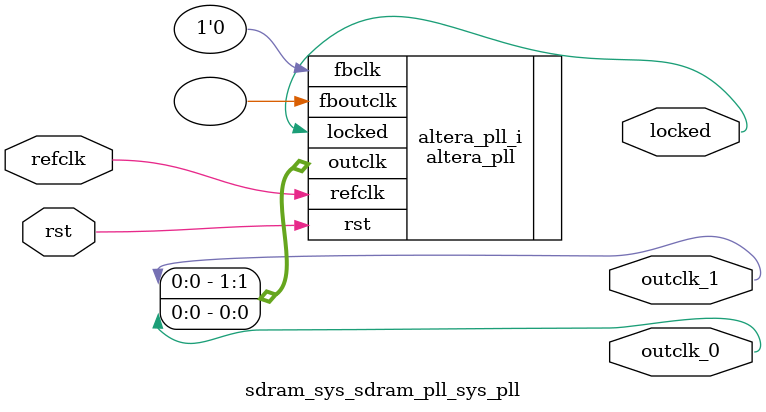
<source format=v>
`timescale 1ns/10ps
module  sdram_sys_sdram_pll_sys_pll(

	// interface 'refclk'
	input wire refclk,

	// interface 'reset'
	input wire rst,

	// interface 'outclk0'
	output wire outclk_0,

	// interface 'outclk1'
	output wire outclk_1,

	// interface 'locked'
	output wire locked
);

	altera_pll #(
		.fractional_vco_multiplier("false"),
		.reference_clock_frequency("50.0 MHz"),
		.operation_mode("direct"),
		.number_of_clocks(2),
		.output_clock_frequency0("50.000000 MHz"),
		.phase_shift0("0 ps"),
		.duty_cycle0(50),
		.output_clock_frequency1("50.000000 MHz"),
		.phase_shift1("-3000 ps"),
		.duty_cycle1(50),
		.output_clock_frequency2("0 MHz"),
		.phase_shift2("0 ps"),
		.duty_cycle2(50),
		.output_clock_frequency3("0 MHz"),
		.phase_shift3("0 ps"),
		.duty_cycle3(50),
		.output_clock_frequency4("0 MHz"),
		.phase_shift4("0 ps"),
		.duty_cycle4(50),
		.output_clock_frequency5("0 MHz"),
		.phase_shift5("0 ps"),
		.duty_cycle5(50),
		.output_clock_frequency6("0 MHz"),
		.phase_shift6("0 ps"),
		.duty_cycle6(50),
		.output_clock_frequency7("0 MHz"),
		.phase_shift7("0 ps"),
		.duty_cycle7(50),
		.output_clock_frequency8("0 MHz"),
		.phase_shift8("0 ps"),
		.duty_cycle8(50),
		.output_clock_frequency9("0 MHz"),
		.phase_shift9("0 ps"),
		.duty_cycle9(50),
		.output_clock_frequency10("0 MHz"),
		.phase_shift10("0 ps"),
		.duty_cycle10(50),
		.output_clock_frequency11("0 MHz"),
		.phase_shift11("0 ps"),
		.duty_cycle11(50),
		.output_clock_frequency12("0 MHz"),
		.phase_shift12("0 ps"),
		.duty_cycle12(50),
		.output_clock_frequency13("0 MHz"),
		.phase_shift13("0 ps"),
		.duty_cycle13(50),
		.output_clock_frequency14("0 MHz"),
		.phase_shift14("0 ps"),
		.duty_cycle14(50),
		.output_clock_frequency15("0 MHz"),
		.phase_shift15("0 ps"),
		.duty_cycle15(50),
		.output_clock_frequency16("0 MHz"),
		.phase_shift16("0 ps"),
		.duty_cycle16(50),
		.output_clock_frequency17("0 MHz"),
		.phase_shift17("0 ps"),
		.duty_cycle17(50),
		.pll_type("General"),
		.pll_subtype("General")
	) altera_pll_i (
		.rst	(rst),
		.outclk	({outclk_1, outclk_0}),
		.locked	(locked),
		.fboutclk	( ),
		.fbclk	(1'b0),
		.refclk	(refclk)
	);
endmodule


</source>
